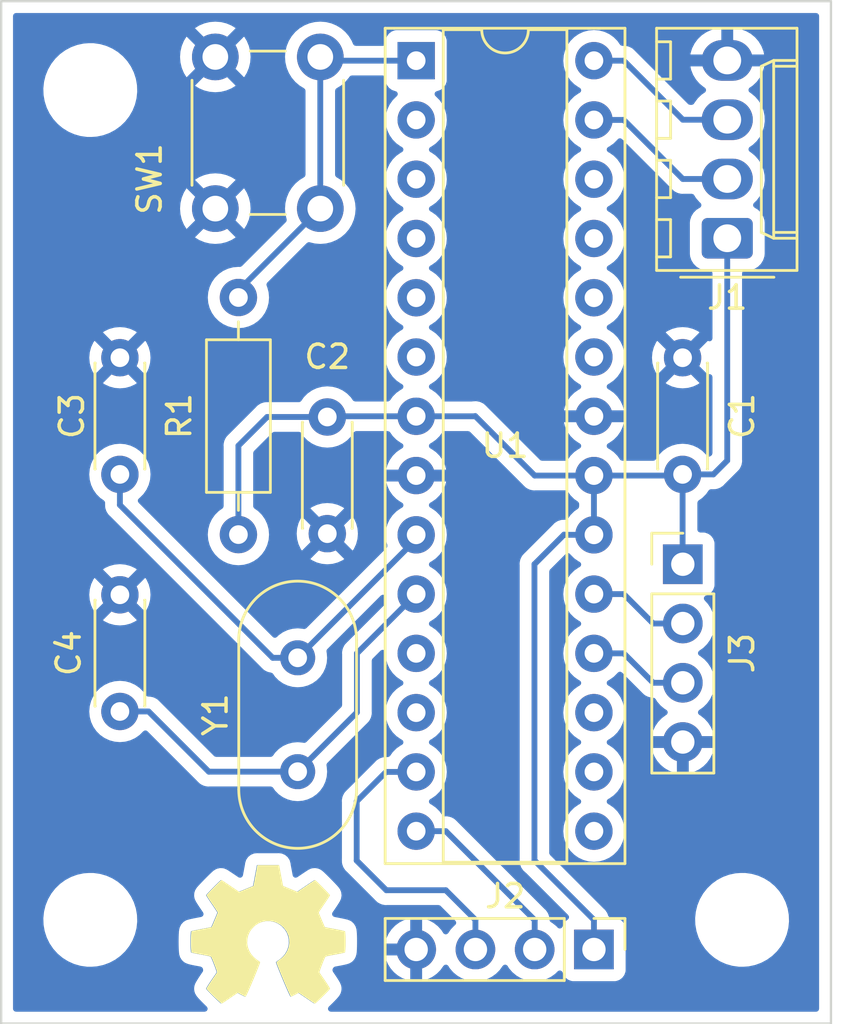
<source format=kicad_pcb>
(kicad_pcb (version 20211014) (generator pcbnew)
  (title_block (title "Sonars sensor board") (date "2022-01-07") (rev "0.1.0") (comment 1 "Location: https://github.com/atlas144/mals") (comment 2 "SPDX-License-Identifier: CERN-OHL-S-2.0") (comment 3 "Author: Jakub Švarc (jakubsvarc@protonmail.com)"))
  (layers (0 "F.Cu" signal) (31 "B.Cu" signal) (34 "B.Paste" user) (35 "F.Paste" user) (36 "B.SilkS" user "B.Silkscreen") (37 "F.SilkS" user "F.Silkscreen") (38 "B.Mask" user) (39 "F.Mask" user) (44 "Edge.Cuts" user))
  (net 0 "")
  (net 1 "+5V")
  (net 2 "GND")
  (net 3 "Net-(C3-Pad1)")
  (net 4 "Net-(C4-Pad1)")
  (net 5 "Net-(R1-Pad2)")
  (net 12 "Net-(U1-Pad18)")
  (net 14 "Net-(U1-Pad19)")
  (net 22 "Net-(U1-Pad13)")
  (net 23 "Net-(U1-Pad27)")
  (net 24 "Net-(U1-Pad14)")
  (net 25 "Net-(U1-Pad28)")
  (footprint "MountingHole:MountingHole_3mm" (layer "F.Cu") (at 60.96 109.22)
    (fp_text reference "REF**" hide)
    (fp_text value "3 mm")
    (pad "" np_thru_hole circle locked (at 0 0) (size 3 3) (drill 3) (layers *.Cu *.Mask))
  )
  (footprint "Package_DIP:DIP-28_W7.62mm_Socket" (layer "F.Cu") (at 74.93 72.4)
    (fp_text reference "U1" (at 3.81 16.5) (layer "F.SilkS"))
    (fp_text value "ATmega8L-8PU")
    (fp_line (start 6.46 34.35) (end 6.46 -1.33) (layer "F.SilkS") (width 0.12))
    (fp_line (start -1.33 -1.39) (end -1.33 34.41) (layer "F.SilkS") (width 0.12))
    (fp_line (start 6.46 -1.33) (end 4.81 -1.33) (layer "F.SilkS") (width 0.12))
    (fp_line (start 8.95 34.41) (end 8.95 -1.39) (layer "F.SilkS") (width 0.12))
    (fp_line (start 1.16 34.35) (end 6.46 34.35) (layer "F.SilkS") (width 0.12))
    (fp_line (start 8.95 -1.39) (end -1.33 -1.39) (layer "F.SilkS") (width 0.12))
    (fp_line (start -1.33 34.41) (end 8.95 34.41) (layer "F.SilkS") (width 0.12))
    (fp_line (start 1.16 -1.33) (end 1.16 34.35) (layer "F.SilkS") (width 0.12))
    (fp_line (start 2.81 -1.33) (end 1.16 -1.33) (layer "F.SilkS") (width 0.12))
    (fp_arc (start 4.81 -1.33) (mid 3.81 -0.33) (end 2.81 -1.33) (layer "F.SilkS") (width 0.12))
    (pad "1" thru_hole rect locked (at 0 0) (size 1.6 1.6) (drill 0.8) (layers *.Cu *.Mask) (net 5 "Net-(R1-Pad2)"))
    (pad "2" thru_hole oval locked (at 0 2.54) (size 1.6 1.6) (drill 0.8) (layers *.Cu *.Mask))
    (pad "3" thru_hole oval locked (at 0 5.08) (size 1.6 1.6) (drill 0.8) (layers *.Cu *.Mask))
    (pad "4" thru_hole oval locked (at 0 7.62) (size 1.6 1.6) (drill 0.8) (layers *.Cu *.Mask))
    (pad "5" thru_hole oval locked (at 0 10.16) (size 1.6 1.6) (drill 0.8) (layers *.Cu *.Mask))
    (pad "6" thru_hole oval locked (at 0 12.7) (size 1.6 1.6) (drill 0.8) (layers *.Cu *.Mask))
    (pad "7" thru_hole oval locked (at 0 15.24) (size 1.6 1.6) (drill 0.8) (layers *.Cu *.Mask) (net 1 "+5V"))
    (pad "8" thru_hole oval locked (at 0 17.78) (size 1.6 1.6) (drill 0.8) (layers *.Cu *.Mask) (net 2 "GND"))
    (pad "9" thru_hole oval locked (at 0 20.32) (size 1.6 1.6) (drill 0.8) (layers *.Cu *.Mask) (net 3 "Net-(C3-Pad1)"))
    (pad "10" thru_hole oval locked (at 0 22.86) (size 1.6 1.6) (drill 0.8) (layers *.Cu *.Mask) (net 4 "Net-(C4-Pad1)"))
    (pad "11" thru_hole oval locked (at 0 25.4) (size 1.6 1.6) (drill 0.8) (layers *.Cu *.Mask))
    (pad "12" thru_hole oval locked (at 0 27.94) (size 1.6 1.6) (drill 0.8) (layers *.Cu *.Mask))
    (pad "13" thru_hole oval locked (at 0 30.48) (size 1.6 1.6) (drill 0.8) (layers *.Cu *.Mask) (net 22 "Net-(U1-Pad13)"))
    (pad "14" thru_hole oval locked (at 0 33.02) (size 1.6 1.6) (drill 0.8) (layers *.Cu *.Mask) (net 24 "Net-(U1-Pad14)"))
    (pad "15" thru_hole oval locked (at 7.62 33.02) (size 1.6 1.6) (drill 0.8) (layers *.Cu *.Mask))
    (pad "16" thru_hole oval locked (at 7.62 30.48) (size 1.6 1.6) (drill 0.8) (layers *.Cu *.Mask))
    (pad "17" thru_hole oval locked (at 7.62 27.94) (size 1.6 1.6) (drill 0.8) (layers *.Cu *.Mask))
    (pad "18" thru_hole oval locked (at 7.62 25.4) (size 1.6 1.6) (drill 0.8) (layers *.Cu *.Mask) (net 12 "Net-(U1-Pad18)"))
    (pad "19" thru_hole oval locked (at 7.62 22.86) (size 1.6 1.6) (drill 0.8) (layers *.Cu *.Mask) (net 14 "Net-(U1-Pad19)"))
    (pad "20" thru_hole oval locked (at 7.62 20.32) (size 1.6 1.6) (drill 0.8) (layers *.Cu *.Mask) (net 1 "+5V"))
    (pad "21" thru_hole oval locked (at 7.62 17.78) (size 1.6 1.6) (drill 0.8) (layers *.Cu *.Mask) (net 1 "+5V"))
    (pad "22" thru_hole oval locked (at 7.62 15.24) (size 1.6 1.6) (drill 0.8) (layers *.Cu *.Mask) (net 2 "GND"))
    (pad "23" thru_hole oval locked (at 7.62 12.7) (size 1.6 1.6) (drill 0.8) (layers *.Cu *.Mask))
    (pad "24" thru_hole oval locked (at 7.62 10.16) (size 1.6 1.6) (drill 0.8) (layers *.Cu *.Mask))
    (pad "25" thru_hole oval locked (at 7.62 7.62) (size 1.6 1.6) (drill 0.8) (layers *.Cu *.Mask))
    (pad "26" thru_hole oval locked (at 7.62 5.08) (size 1.6 1.6) (drill 0.8) (layers *.Cu *.Mask))
    (pad "27" thru_hole oval locked (at 7.62 2.54) (size 1.6 1.6) (drill 0.8) (layers *.Cu *.Mask) (net 23 "Net-(U1-Pad27)"))
    (pad "28" thru_hole oval locked (at 7.62 0) (size 1.6 1.6) (drill 0.8) (layers *.Cu *.Mask) (net 25 "Net-(U1-Pad28)"))
  )
  (footprint "Button_Switch_THT:SW_PUSH_6mm" (layer "F.Cu") (at 66.32 78.74 90)
    (fp_text reference "SW1" (at 1.27 -2.82 90) (layer "F.SilkS"))
    (fp_text value "SW_Push" hide)
    (fp_line (start -0.25 1.5) (end -0.25 3) (layer "F.SilkS") (width 0.12))
    (fp_line (start 1 5.5) (end 5.5 5.5) (layer "F.SilkS") (width 0.12))
    (fp_line (start 6.75 3) (end 6.75 1.5) (layer "F.SilkS") (width 0.12))
    (fp_line (start 5.5 -1) (end 1 -1) (layer "F.SilkS") (width 0.12))
    (pad "1" thru_hole circle locked (at 0 0 180) (size 2 2) (drill 1.1) (layers *.Cu *.Mask) (net 2 "GND"))
    (pad "1" thru_hole circle locked (at 6.5 0 180) (size 2 2) (drill 1.1) (layers *.Cu *.Mask) (net 2 "GND"))
    (pad "2" thru_hole circle locked (at 6.5 4.5 180) (size 2 2) (drill 1.1) (layers *.Cu *.Mask) (net 5 "Net-(R1-Pad2)"))
    (pad "2" thru_hole circle locked (at 0 4.5 180) (size 2 2) (drill 1.1) (layers *.Cu *.Mask) (net 5 "Net-(R1-Pad2)"))
  )
  (footprint "Resistor_THT:R_Axial_DIN0207_L6.3mm_D2.5mm_P10.16mm_Horizontal" (layer "F.Cu") (at 67.31 92.71 90)
    (fp_text reference "R1" (at 5.08 -2.54 90) (layer "F.SilkS"))
    (fp_text value "10 kΩ")
    (fp_line (start 8.35 -1.37) (end 1.81 -1.37) (layer "F.SilkS") (width 0.12))
    (fp_line (start 1.04 0) (end 1.81 0) (layer "F.SilkS") (width 0.12))
    (fp_line (start 1.81 -1.37) (end 1.81 1.37) (layer "F.SilkS") (width 0.12))
    (fp_line (start 9.12 0) (end 8.35 0) (layer "F.SilkS") (width 0.12))
    (fp_line (start 1.81 1.37) (end 8.35 1.37) (layer "F.SilkS") (width 0.12))
    (fp_line (start 8.35 1.37) (end 8.35 -1.37) (layer "F.SilkS") (width 0.12))
    (pad "1" thru_hole circle locked (at 0 0 90) (size 1.6 1.6) (drill 0.8) (layers *.Cu *.Mask) (net 1 "+5V"))
    (pad "2" thru_hole oval locked (at 10.16 0 90) (size 1.6 1.6) (drill 0.8) (layers *.Cu *.Mask) (net 5 "Net-(R1-Pad2)"))
  )
  (footprint "Capacitor_THT:C_Disc_D4.3mm_W1.9mm_P5.00mm" (layer "F.Cu") (at 62.23 100.29 90)
    (fp_text reference "C4" (at 2.5 -2.2 90) (layer "F.SilkS"))
    (fp_text value "22 pF")
    (fp_line (start 4.77 1.055) (end 4.77 1.07) (layer "F.SilkS") (width 0.12))
    (fp_line (start 4.77 -1.07) (end 4.77 -1.055) (layer "F.SilkS") (width 0.12))
    (fp_line (start 0.23 -1.07) (end 4.77 -1.07) (layer "F.SilkS") (width 0.12))
    (fp_line (start 0.23 1.07) (end 4.77 1.07) (layer "F.SilkS") (width 0.12))
    (fp_line (start 0.23 -1.07) (end 0.23 -1.055) (layer "F.SilkS") (width 0.12))
    (fp_line (start 0.23 1.055) (end 0.23 1.07) (layer "F.SilkS") (width 0.12))
    (pad "1" thru_hole circle locked (at 0 0 90) (size 1.6 1.6) (drill 0.8) (layers *.Cu *.Mask) (net 4 "Net-(C4-Pad1)"))
    (pad "2" thru_hole circle locked (at 5 0 90) (size 1.6 1.6) (drill 0.8) (layers *.Cu *.Mask) (net 2 "GND"))
  )
  (footprint "Connector_PinHeader_2.54mm:PinHeader_1x04_P2.54mm_Vertical" (layer "F.Cu") (at 82.55 110.49 -90)
    (fp_text reference "J2" (at -2.286 3.8) (layer "F.SilkS"))
    (fp_text value "HY-SR05")
    (fp_line (start -1.33 1.27) (end -1.33 8.95) (layer "F.SilkS") (width 0.12))
    (fp_line (start -1.33 -1.33) (end 0 -1.33) (layer "F.SilkS") (width 0.12))
    (fp_line (start -1.33 8.95) (end 1.33 8.95) (layer "F.SilkS") (width 0.12))
    (fp_line (start 1.33 1.27) (end 1.33 8.95) (layer "F.SilkS") (width 0.12))
    (fp_line (start -1.33 1.27) (end 1.33 1.27) (layer "F.SilkS") (width 0.12))
    (fp_line (start -1.33 0) (end -1.33 -1.33) (layer "F.SilkS") (width 0.12))
    (pad "1" thru_hole rect locked (at 0 0 270) (size 1.7 1.7) (drill 1) (layers *.Cu *.Mask) (net 1 "+5V"))
    (pad "2" thru_hole oval locked (at 0 2.54 270) (size 1.7 1.7) (drill 1) (layers *.Cu *.Mask) (net 24 "Net-(U1-Pad14)"))
    (pad "3" thru_hole oval locked (at 0 5.08 270) (size 1.7 1.7) (drill 1) (layers *.Cu *.Mask) (net 22 "Net-(U1-Pad13)"))
    (pad "4" thru_hole oval locked (at 0 7.62 270) (size 1.7 1.7) (drill 1) (layers *.Cu *.Mask) (net 2 "GND"))
  )
  (footprint "MountingHole:MountingHole_3mm" (layer "F.Cu") (at 88.9 109.22)
    (fp_text reference "REF**" hide)
    (fp_text value "3 mm")
    (pad "" np_thru_hole circle locked (at 0 0) (size 3 3) (drill 3) (layers *.Cu *.Mask))
  )
  (footprint "MountingHole:MountingHole_3mm" (layer "F.Cu") (at 60.96 73.66)
    (fp_text reference "REF**" hide)
    (fp_text value "3 mm")
    (pad "" np_thru_hole circle locked (at 0 0) (size 3 3) (drill 3) (layers *.Cu *.Mask))
  )
  (footprint "Capacitor_THT:C_Disc_D4.3mm_W1.9mm_P5.00mm" (layer "F.Cu") (at 62.23 90.13 90)
    (fp_text reference "C3" (at 2.5 -2.06 90) (layer "F.SilkS"))
    (fp_text value "22 pF")
    (fp_line (start 0.23 1.07) (end 4.77 1.07) (layer "F.SilkS") (width 0.12))
    (fp_line (start 0.23 -1.07) (end 0.23 -1.055) (layer "F.SilkS") (width 0.12))
    (fp_line (start 0.23 1.055) (end 0.23 1.07) (layer "F.SilkS") (width 0.12))
    (fp_line (start 4.77 -1.07) (end 4.77 -1.055) (layer "F.SilkS") (width 0.12))
    (fp_line (start 0.23 -1.07) (end 4.77 -1.07) (layer "F.SilkS") (width 0.12))
    (fp_line (start 4.77 1.055) (end 4.77 1.07) (layer "F.SilkS") (width 0.12))
    (pad "1" thru_hole circle locked (at 0 0 90) (size 1.6 1.6) (drill 0.8) (layers *.Cu *.Mask) (net 3 "Net-(C3-Pad1)"))
    (pad "2" thru_hole circle locked (at 5 0 90) (size 1.6 1.6) (drill 0.8) (layers *.Cu *.Mask) (net 2 "GND"))
  )
  (footprint "Capacitor_THT:C_Disc_D4.3mm_W1.9mm_P5.00mm" (layer "F.Cu") (at 71.12 87.67 -90)
    (fp_text reference "C2" (at -2.58 0 180) (layer "F.SilkS"))
    (fp_text value "100 nF")
    (fp_line (start 0.23 1.055) (end 0.23 1.07) (layer "F.SilkS") (width 0.12))
    (fp_line (start 4.77 -1.07) (end 4.77 -1.055) (layer "F.SilkS") (width 0.12))
    (fp_line (start 4.77 1.055) (end 4.77 1.07) (layer "F.SilkS") (width 0.12))
    (fp_line (start 0.23 -1.07) (end 0.23 -1.055) (layer "F.SilkS") (width 0.12))
    (fp_line (start 0.23 -1.07) (end 4.77 -1.07) (layer "F.SilkS") (width 0.12))
    (fp_line (start 0.23 1.07) (end 4.77 1.07) (layer "F.SilkS") (width 0.12))
    (pad "1" thru_hole circle locked (at 0 0 270) (size 1.6 1.6) (drill 0.8) (layers *.Cu *.Mask) (net 1 "+5V"))
    (pad "2" thru_hole circle locked (at 5 0 270) (size 1.6 1.6) (drill 0.8) (layers *.Cu *.Mask) (net 2 "GND"))
  )
  (footprint "Connector_PinHeader_2.54mm:PinHeader_1x04_P2.54mm_Vertical" (layer "F.Cu") (at 86.36 93.98)
    (fp_text reference "J3" (at 2.54 3.81 90) (layer "F.SilkS"))
    (fp_text value "HY-SR05")
    (fp_line (start -1.33 0) (end -1.33 -1.33) (layer "F.SilkS") (width 0.12))
    (fp_line (start 1.33 1.27) (end 1.33 8.95) (layer "F.SilkS") (width 0.12))
    (fp_line (start -1.33 1.27) (end 1.33 1.27) (layer "F.SilkS") (width 0.12))
    (fp_line (start -1.33 1.27) (end -1.33 8.95) (layer "F.SilkS") (width 0.12))
    (fp_line (start -1.33 8.95) (end 1.33 8.95) (layer "F.SilkS") (width 0.12))
    (fp_line (start -1.33 -1.33) (end 0 -1.33) (layer "F.SilkS") (width 0.12))
    (pad "1" thru_hole rect locked (at 0 0) (size 1.7 1.7) (drill 1) (layers *.Cu *.Mask) (net 1 "+5V"))
    (pad "2" thru_hole oval locked (at 0 2.54) (size 1.7 1.7) (drill 1) (layers *.Cu *.Mask) (net 14 "Net-(U1-Pad19)"))
    (pad "3" thru_hole oval locked (at 0 5.08) (size 1.7 1.7) (drill 1) (layers *.Cu *.Mask) (net 12 "Net-(U1-Pad18)"))
    (pad "4" thru_hole oval locked (at 0 7.62) (size 1.7 1.7) (drill 1) (layers *.Cu *.Mask) (net 2 "GND"))
  )
  (footprint "Crystal:Crystal_HC49-4H_Vertical" (layer "F.Cu") (at 69.85 102.87 90)
    (fp_text reference "Y1" (at 2.44 -3.525 90) (layer "F.SilkS"))
    (fp_text value "16 MHz")
    (fp_line (start -0.76 2.525) (end 5.64 2.525) (layer "F.SilkS") (width 0.12))
    (fp_line (start -0.76 -2.525) (end 5.64 -2.525) (layer "F.SilkS") (width 0.12))
    (fp_arc (start 5.64 -2.525) (mid 8.165 0) (end 5.64 2.525) (layer "F.SilkS") (width 0.12))
    (fp_arc (start -0.76 2.525) (mid -3.285 0) (end -0.76 -2.525) (layer "F.SilkS") (width 0.12))
    (pad "1" thru_hole circle locked (at 0 0 90) (size 1.5 1.5) (drill 0.8) (layers *.Cu *.Mask) (net 4 "Net-(C4-Pad1)"))
    (pad "2" thru_hole circle locked (at 4.88 0 90) (size 1.5 1.5) (drill 0.8) (layers *.Cu *.Mask) (net 3 "Net-(C3-Pad1)"))
  )
  (footprint "Capacitor_THT:C_Disc_D4.3mm_W1.9mm_P5.00mm" (layer "F.Cu") (at 86.35 90.13 90)
    (fp_text reference "C1" (at 2.5 2.55 90) (layer "F.SilkS"))
    (fp_text value "100 nF")
    (fp_line (start 0.23 -1.07) (end 0.23 -1.055) (layer "F.SilkS") (width 0.12))
    (fp_line (start 0.23 1.07) (end 4.77 1.07) (layer "F.SilkS") (width 0.12))
    (fp_line (start 4.77 1.055) (end 4.77 1.07) (layer "F.SilkS") (width 0.12))
    (fp_line (start 0.23 -1.07) (end 4.77 -1.07) (layer "F.SilkS") (width 0.12))
    (fp_line (start 4.77 -1.07) (end 4.77 -1.055) (layer "F.SilkS") (width 0.12))
    (fp_line (start 0.23 1.055) (end 0.23 1.07) (layer "F.SilkS") (width 0.12))
    (pad "1" thru_hole circle locked (at 0 0 90) (size 1.6 1.6) (drill 0.8) (layers *.Cu *.Mask) (net 1 "+5V"))
    (pad "2" thru_hole circle locked (at 5 0 90) (size 1.6 1.6) (drill 0.8) (layers *.Cu *.Mask) (net 2 "GND"))
  )
  (footprint "Connector_Molex:Molex_KK-254_AE-6410-04A_1x04_P2.54mm_Vertical" (layer "F.Cu") (at 88.265 80.01 90)
    (fp_text reference "J1" (at -2.54 0 180) (layer "F.SilkS"))
    (fp_text value "TWI")
    (fp_line (start 0 2.99) (end 0 1.99) (layer "F.SilkS") (width 0.12))
    (fp_line (start 9 -3.03) (end -1.38 -3.03) (layer "F.SilkS") (width 0.12))
    (fp_line (start 7.37 1.46) (end 7.62 1.99) (layer "F.SilkS") (width 0.12))
    (fp_line (start 0.25 1.46) (end 7.37 1.46) (layer "F.SilkS") (width 0.12))
    (fp_line (start -1.67 -2) (end -1.67 2) (layer "F.SilkS") (width 0.12))
    (fp_line (start 0 1.99) (end 0.25 1.46) (layer "F.SilkS") (width 0.12))
    (fp_line (start 9 2.99) (end 9 -3.03) (layer "F.SilkS") (width 0.12))
    (fp_line (start 7.37 2.99) (end 7.37 1.99) (layer "F.SilkS") (width 0.12))
    (fp_line (start 4.28 -3.03) (end 4.28 -2.43) (layer "F.SilkS") (width 0.12))
    (fp_line (start 7.62 1.99) (end 7.62 2.99) (layer "F.SilkS") (width 0.12))
    (fp_line (start 6.82 -3.03) (end 6.82 -2.43) (layer "F.SilkS") (width 0.12))
    (fp_line (start 8.42 -2.43) (end 8.42 -3.03) (layer "F.SilkS") (width 0.12))
    (fp_line (start 4.28 -2.43) (end 5.88 -2.43) (layer "F.SilkS") (width 0.12))
    (fp_line (start 0 1.99) (end 7.62 1.99) (layer "F.SilkS") (width 0.12))
    (fp_line (start 0.8 -2.43) (end 0.8 -3.03) (layer "F.SilkS") (width 0.12))
    (fp_line (start 5.88 -2.43) (end 5.88 -3.03) (layer "F.SilkS") (width 0.12))
    (fp_line (start 1.74 -3.03) (end 1.74 -2.43) (layer "F.SilkS") (width 0.12))
    (fp_line (start 6.82 -2.43) (end 8.42 -2.43) (layer "F.SilkS") (width 0.12))
    (fp_line (start -0.8 -3.03) (end -0.8 -2.43) (layer "F.SilkS") (width 0.12))
    (fp_line (start 1.74 -2.43) (end 3.34 -2.43) (layer "F.SilkS") (width 0.12))
    (fp_line (start 0.25 2.99) (end 0.25 1.99) (layer "F.SilkS") (width 0.12))
    (fp_line (start -1.38 2.99) (end 9 2.99) (layer "F.SilkS") (width 0.12))
    (fp_line (start -1.38 -3.03) (end -1.38 2.99) (layer "F.SilkS") (width 0.12))
    (fp_line (start -0.8 -2.43) (end 0.8 -2.43) (layer "F.SilkS") (width 0.12))
    (fp_line (start 3.34 -2.43) (end 3.34 -3.03) (layer "F.SilkS") (width 0.12))
    (pad "1" thru_hole roundrect locked (at 0 0 90) (size 1.74 2.19) (drill 1.19) (layers *.Cu *.Mask) (roundrect_rratio 0.1436781609) (net 1 "+5V"))
    (pad "2" thru_hole oval locked (at 2.54 0 90) (size 1.74 2.19) (drill 1.19) (layers *.Cu *.Mask) (net 23 "Net-(U1-Pad27)"))
    (pad "3" thru_hole oval locked (at 5.08 0 90) (size 1.74 2.19) (drill 1.19) (layers *.Cu *.Mask) (net 25 "Net-(U1-Pad28)"))
    (pad "4" thru_hole oval locked (at 7.62 0 90) (size 1.74 2.19) (drill 1.19) (layers *.Cu *.Mask) (net 2 "GND"))
  )
  (footprint "Symbol:OSHW-Symbol_6.7x6mm_SilkScreen" (layer "F.Cu") (at 68.58 109.855)
    (fp_text reference "REF**" hide)
    (fp_text value "OSHW-Symbol_6.7x6mm_SilkScreen" hide)
    (fp_poly (pts (xy 0.555814 -2.531069) (xy 0.639635 -2.086445) (xy 0.94892 -1.958947) (xy 1.258206 -1.831449) (xy 1.629246 -2.083754) (xy 1.733157 -2.154004) (xy 1.827087 -2.216728) (xy 1.906652 -2.269062) (xy 1.96747 -2.308143) (xy 2.005157 -2.331107) (xy 2.015421 -2.336058) (xy 2.03391 -2.323324) (xy 2.07342 -2.288118) (xy 2.129522 -2.234938) (xy 2.197787 -2.168282) (xy 2.273786 -2.092646) (xy 2.353092 -2.012528) (xy 2.431275 -1.932426) (xy 2.503907 -1.856836) (xy 2.566559 -1.790255) (xy 2.614803 -1.737182) (xy 2.64421 -1.702113) (xy 2.651241 -1.690377) (xy 2.641123 -1.66874) (xy 2.612759 -1.621338) (xy 2.569129 -1.552807) (xy 2.513218 -1.467785) (xy 2.448006 -1.370907) (xy 2.410219 -1.31565) (xy 2.341343 -1.214752) (xy 2.28014 -1.123701) (xy 2.229578 -1.04703) (xy 2.192628 -0.989272) (xy 2.172258 -0.954957) (xy 2.169197 -0.947746) (xy 2.176136 -0.927252) (xy 2.195051 -0.879487) (xy 2.223087 -0.811168) (xy 2.257391 -0.729011) (xy 2.295109 -0.63973) (xy 2.333387 -0.550042) (xy 2.36937 -0.466662) (xy 2.400206 -0.396306) (xy 2.423039 -0.34569) (xy 2.435017 -0.321529) (xy 2.435724 -0.320578) (xy 2.454531 -0.315964) (xy 2.504618 -0.305672) (xy 2.580793 -0.290713) (xy 2.677865 -0.272099) (xy 2.790643 -0.250841) (xy 2.856442 -0.238582) (xy 2.97695 -0.215638) (xy 3.085797 -0.193805) (xy 3.177476 -0.174278) (xy 3.246481 -0.158252) (xy 3.287304 -0.146921) (xy 3.295511 -0.143326) (xy 3.303548 -0.118994) (xy 3.310033 -0.064041) (xy 3.31497 0.015108) (xy 3.318364 0.112026) (xy 3.320218 0.220287) (xy 3.320538 0.333465) (xy 3.319327 0.445135) (xy 3.31659 0.548868) (xy 3.312331 0.638241) (xy 3.306555 0.706826) (xy 3.299267 0.748197) (xy 3.294895 0.75681) (xy 3.268764 0.767133) (xy 3.213393 0.781892) (xy 3.136107 0.799352) (xy 3.04423 0.81778) (xy 3.012158 0.823741) (xy 2.857524 0.852066) (xy 2.735375 0.874876) (xy 2.641673 0.89308) (xy 2.572384 0.907583) (xy 2.523471 0.919292) (xy 2.490897 0.929115) (xy 2.470628 0.937956) (xy 2.458626 0.946724) (xy 2.456947 0.948457) (xy 2.440184 0.976371) (xy 2.414614 1.030695) (xy 2.382788 1.104777) (xy 2.34726 1.191965) (xy 2.310583 1.285608) (xy 2.275311 1.379052) (xy 2.243996 1.465647) (xy 2.219193 1.53874) (xy 2.203454 1.591678) (xy 2.199332 1.617811) (xy 2.199676 1.618726) (xy 2.213641 1.640086) (xy 2.245322 1.687084) (xy 2.291391 1.754827) (xy 2.348518 1.838423) (xy 2.413373 1.932982) (xy 2.431843 1.959854) (xy 2.497699 2.057275) (xy 2.55565 2.146163) (xy 2.602538 2.221412) (xy 2.635207 2.27792) (xy 2.6505 2.310581) (xy 2.651241 2.314593) (xy 2.638392 2.335684) (xy 2.602888 2.377464) (xy 2.549293 2.435445) (xy 2.482171 2.505135) (xy 2.406087 2.582045) (xy 2.325604 2.661683) (xy 2.245287 2.739561) (xy 2.169699 2.811186) (xy 2.103405 2.87207) (xy 2.050969 2.917721) (xy 2.016955 2.94365) (xy 2.007545 2.947883) (xy 1.985643 2.937912) (xy 1.9408 2.91102) (xy 1.880321 2.871736) (xy 1.833789 2.840117) (xy 1.749475 2.782098) (xy 1.649626 2.713784) (xy 1.549473 2.645579) (xy 1.495627 2.609075) (xy 1.313371 2.4858) (xy 1.160381 2.56852) (xy 1.090682 2.604759) (xy 1.031414 2.632926) (xy 0.991311 2.648991) (xy 0.981103 2.651226) (xy 0.968829 2.634722) (xy 0.944613 2.588082) (xy 0.910263 2.515609) (xy 0.867588 2.421606) (xy 0.818394 2.310374) (xy 0.76449 2.186215) (xy 0.707684 2.053432) (xy 0.649782 1.916327) (xy 0.592593 1.779202) (xy 0.537924 1.646358) (xy 0.487584 1.522098) (xy 0.44338 1.410725) (xy 0.407119 1.316539) (xy 0.380609 1.243844) (xy 0.365658 1.196941) (xy 0.363254 1.180833) (xy 0.382311 1.160286) (xy 0.424036 1.126933) (xy 0.479706 1.087702) (xy 0.484378 1.084599) (xy 0.628264 0.969423) (xy 0.744283 0.835053) (xy 0.83143 0.685784) (xy 0.888699 0.525913) (xy 0.915086 0.359737) (xy 0.909585 0.191552) (xy 0.87119 0.025655) (xy 0.798895 -0.133658) (xy 0.777626 -0.168513) (xy 0.666996 -0.309263) (xy 0.536302 -0.422286) (xy 0.390064 -0.506997) (xy 0.232808 -0.562806) (xy 0.069057 -0.589126) (xy -0.096667 -0.58537) (xy -0.259838 -0.55095) (xy -0.415935 -0.485277) (xy -0.560433 -0.387765) (xy -0.605131 -0.348187) (xy -0.718888 -0.224297) (xy -0.801782 -0.093876) (xy -0.858644 0.052315) (xy -0.890313 0.197088) (xy -0.898131 0.35986) (xy -0.872062 0.52344) (xy -0.814755 0.682298) (xy -0.728856 0.830906) (xy -0.617014 0.963735) (xy -0.481877 1.075256) (xy -0.464117 1.087011) (xy -0.40785 1.125508) (xy -0.365077 1.158863) (xy -0.344628 1.18016) (xy -0.344331 1.180833) (xy -0.348721 1.203871) (xy -0.366124 1.256157) (xy -0.394732 1.33339) (xy -0.432735 1.431268) (xy -0.478326 1.545491) (xy -0.529697 1.671758) (xy -0.585038 1.805767) (xy -0.642542 1.943218) (xy -0.700399 2.079808) (xy -0.756802 2.211237) (xy -0.809942 2.333205) (xy -0.85801 2.441409) (xy -0.899199 2.531549) (xy -0.931699 2.599323) (xy -0.953703 2.64043) (xy -0.962564 2.651226) (xy -0.98964 2.642819) (xy -1.040303 2.620272) (xy -1.105817 2.587613) (xy -1.141841 2.56852) (xy -1.294832 2.4858) (xy -1.477088 2.609075) (xy -1.570125 2.672228) (xy -1.671985 2.741727) (xy -1.767438 2.807165) (xy -1.81525 2.840117) (xy -1.882495 2.885273) (xy -1.939436 2.921057) (xy -1.978646 2.942938) (xy -1.991381 2.947563) (xy -2.009917 2.935085) (xy -2.050941 2.900252) (xy -2.110475 2.846678) (xy -2.184542 2.777983) (xy -2.269165 2.697781) (xy -2.322685 2.646286) (xy -2.416319 2.554286) (xy -2.497241 2.471999) (xy -2.562177 2.402945) (xy -2.607858 2.350644) (xy -2.631011 2.318616) (xy -2.633232 2.312116) (xy -2.622924 2.287394) (xy -2.594439 2.237405) (xy -2.550937 2.167212) (xy -2.495577 2.081875) (xy -2.43152 1.986456) (xy -2.413303 1.959854) (xy -2.346927 1.863167) (xy -2.287378 1.776117) (xy -2.237984 1.703595) (xy -2.202075 1.650493) (xy -2.182981 1.621703) (xy -2.181136 1.618726) (xy -2.183895 1.595782) (xy -2.198538 1.545336) (xy -2.222513 1.474041) (xy -2.253266 1.388547) (xy -2.288244 1.295507) (xy -2.324893 1.201574) (xy -2.360661 1.113399) (xy -2.392994 1.037634) (xy -2.419338 0.980931) (xy -2.437142 0.949943) (xy -2.438407 0.948457) (xy -2.449294 0.939601) (xy -2.467682 0.930843) (xy -2.497606 0.921277) (xy -2.543103 0.909996) (xy -2.608209 0.896093) (xy -2.696961 0.878663) (xy -2.813393 0.856798) (xy -2.961542 0.829591) (xy -2.993618 0.823741) (xy -3.088686 0.805374) (xy -3.171565 0.787405) (xy -3.23493 0.771569) (xy -3.271458 0.7596) (xy -3.276356 0.75681) (xy -3.284427 0.732072) (xy -3.290987 0.67679) (xy -3.296033 0.597389) (xy -3.299559 0.500296) (xy -3.301561 0.391938) (xy -3.302036 0.27874) (xy -3.300977 0.167128) (xy -3.298382 0.063529) (xy -3.294246 -0.025632) (xy -3.288563 -0.093928) (xy -3.281331 -0.134934) (xy -3.276971 -0.143326) (xy -3.252698 -0.151792) (xy -3.197426 -0.165565) (xy -3.116662 -0.18345) (xy -3.015912 -0.204252) (xy -2.900683 -0.226777) (xy -2.837902 -0.238582) (xy -2.718787 -0.260849) (xy -2.612565 -0.281021) (xy -2.524427 -0.298085) (xy -2.459566 -0.311031) (xy -2.423174 -0.318845) (xy -2.417184 -0.320578) (xy -2.407061 -0.34011) (xy -2.385662 -0.387157) (xy -2.355839 -0.454997) (xy -2.320445 -0.536909) (xy -2.282332 -0.626172) (xy -2.244353 -0.716065) (xy -2.20936 -0.799865) (xy -2.180206 -0.870853) (xy -2.159743 -0.922306) (xy -2.150823 -0.947503) (xy -2.150657 -0.948604) (xy -2.160769 -0.968481) (xy -2.189117 -1.014223) (xy -2.232723 -1.081283) (xy -2.288606 -1.165116) (xy -2.353787 -1.261174) (xy -2.391679 -1.31635) (xy -2.460725 -1.417519) (xy -2.52205 -1.50937) (xy -2.572663 -1.587256) (xy -2.609571 -1.646531) (xy -2.629782 -1.682549) (xy -2.632701 -1.690623) (xy -2.620153 -1.709416) (xy -2.585463 -1.749543) (xy -2.533063 -1.806507) (xy -2.467384 -1.875815) (xy -2.392856 -1.952969) (xy -2.313913 -2.033475) (xy -2.234983 -2.112837) (xy -2.1605 -2.18656) (xy -2.094894 -2.250148) (xy -2.042596 -2.299106) (xy -2.008039 -2.328939) (xy -1.996478 -2.336058) (xy -1.977654 -2.326047) (xy -1.932631 -2.297922) (xy -1.865787 -2.254546) (xy -1.781499 -2.198782) (xy -1.684144 -2.133494) (xy -1.610707 -2.083754) (xy -1.239667 -1.831449) (xy -0.621095 -2.086445) (xy -0.537275 -2.531069) (xy -0.453454 -2.975693) (xy 0.471994 -2.975693) (xy 0.555814 -2.531069)) (layer "F.SilkS") (width 0.01) (fill solid))
  )
  (footprint "Symbol:OSHW-Symbol_6.7x6mm_Copper" (layer "B.Cu") (at 68.58 109.855 180)
    (fp_text reference "REF**" hide)
    (fp_text value "OSHW-Symbol_6.7x6mm_Copper" hide)
    (fp_poly (pts (xy 0.555814 2.531069) (xy 0.639635 2.086445) (xy 0.94892 1.958947) (xy 1.258206 1.831449) (xy 1.629246 2.083754) (xy 1.733157 2.154004) (xy 1.827087 2.216728) (xy 1.906652 2.269062) (xy 1.96747 2.308143) (xy 2.005157 2.331107) (xy 2.015421 2.336058) (xy 2.03391 2.323324) (xy 2.07342 2.288118) (xy 2.129522 2.234938) (xy 2.197787 2.168282) (xy 2.273786 2.092646) (xy 2.353092 2.012528) (xy 2.431275 1.932426) (xy 2.503907 1.856836) (xy 2.566559 1.790255) (xy 2.614803 1.737182) (xy 2.64421 1.702113) (xy 2.651241 1.690377) (xy 2.641123 1.66874) (xy 2.612759 1.621338) (xy 2.569129 1.552807) (xy 2.513218 1.467785) (xy 2.448006 1.370907) (xy 2.410219 1.31565) (xy 2.341343 1.214752) (xy 2.28014 1.123701) (xy 2.229578 1.04703) (xy 2.192628 0.989272) (xy 2.172258 0.954957) (xy 2.169197 0.947746) (xy 2.176136 0.927252) (xy 2.195051 0.879487) (xy 2.223087 0.811168) (xy 2.257391 0.729011) (xy 2.295109 0.63973) (xy 2.333387 0.550042) (xy 2.36937 0.466662) (xy 2.400206 0.396306) (xy 2.423039 0.34569) (xy 2.435017 0.321529) (xy 2.435724 0.320578) (xy 2.454531 0.315964) (xy 2.504618 0.305672) (xy 2.580793 0.290713) (xy 2.677865 0.272099) (xy 2.790643 0.250841) (xy 2.856442 0.238582) (xy 2.97695 0.215638) (xy 3.085797 0.193805) (xy 3.177476 0.174278) (xy 3.246481 0.158252) (xy 3.287304 0.146921) (xy 3.295511 0.143326) (xy 3.303548 0.118994) (xy 3.310033 0.064041) (xy 3.31497 -0.015108) (xy 3.318364 -0.112026) (xy 3.320218 -0.220287) (xy 3.320538 -0.333465) (xy 3.319327 -0.445135) (xy 3.31659 -0.548868) (xy 3.312331 -0.638241) (xy 3.306555 -0.706826) (xy 3.299267 -0.748197) (xy 3.294895 -0.75681) (xy 3.268764 -0.767133) (xy 3.213393 -0.781892) (xy 3.136107 -0.799352) (xy 3.04423 -0.81778) (xy 3.012158 -0.823741) (xy 2.857524 -0.852066) (xy 2.735375 -0.874876) (xy 2.641673 -0.89308) (xy 2.572384 -0.907583) (xy 2.523471 -0.919292) (xy 2.490897 -0.929115) (xy 2.470628 -0.937956) (xy 2.458626 -0.946724) (xy 2.456947 -0.948457) (xy 2.440184 -0.976371) (xy 2.414614 -1.030695) (xy 2.382788 -1.104777) (xy 2.34726 -1.191965) (xy 2.310583 -1.285608) (xy 2.275311 -1.379052) (xy 2.243996 -1.465647) (xy 2.219193 -1.53874) (xy 2.203454 -1.591678) (xy 2.199332 -1.617811) (xy 2.199676 -1.618726) (xy 2.213641 -1.640086) (xy 2.245322 -1.687084) (xy 2.291391 -1.754827) (xy 2.348518 -1.838423) (xy 2.413373 -1.932982) (xy 2.431843 -1.959854) (xy 2.497699 -2.057275) (xy 2.55565 -2.146163) (xy 2.602538 -2.221412) (xy 2.635207 -2.27792) (xy 2.6505 -2.310581) (xy 2.651241 -2.314593) (xy 2.638392 -2.335684) (xy 2.602888 -2.377464) (xy 2.549293 -2.435445) (xy 2.482171 -2.505135) (xy 2.406087 -2.582045) (xy 2.325604 -2.661683) (xy 2.245287 -2.739561) (xy 2.169699 -2.811186) (xy 2.103405 -2.87207) (xy 2.050969 -2.917721) (xy 2.016955 -2.94365) (xy 2.007545 -2.947883) (xy 1.985643 -2.937912) (xy 1.9408 -2.91102) (xy 1.880321 -2.871736) (xy 1.833789 -2.840117) (xy 1.749475 -2.782098) (xy 1.649626 -2.713784) (xy 1.549473 -2.645579) (xy 1.495627 -2.609075) (xy 1.313371 -2.4858) (xy 1.160381 -2.56852) (xy 1.090682 -2.604759) (xy 1.031414 -2.632926) (xy 0.991311 -2.648991) (xy 0.981103 -2.651226) (xy 0.968829 -2.634722) (xy 0.944613 -2.588082) (xy 0.910263 -2.515609) (xy 0.867588 -2.421606) (xy 0.818394 -2.310374) (xy 0.76449 -2.186215) (xy 0.707684 -2.053432) (xy 0.649782 -1.916327) (xy 0.592593 -1.779202) (xy 0.537924 -1.646358) (xy 0.487584 -1.522098) (xy 0.44338 -1.410725) (xy 0.407119 -1.316539) (xy 0.380609 -1.243844) (xy 0.365658 -1.196941) (xy 0.363254 -1.180833) (xy 0.382311 -1.160286) (xy 0.424036 -1.126933) (xy 0.479706 -1.087702) (xy 0.484378 -1.084599) (xy 0.628264 -0.969423) (xy 0.744283 -0.835053) (xy 0.83143 -0.685784) (xy 0.888699 -0.525913) (xy 0.915086 -0.359737) (xy 0.909585 -0.191552) (xy 0.87119 -0.025655) (xy 0.798895 0.133658) (xy 0.777626 0.168513) (xy 0.666996 0.309263) (xy 0.536302 0.422286) (xy 0.390064 0.506997) (xy 0.232808 0.562806) (xy 0.069057 0.589126) (xy -0.096667 0.58537) (xy -0.259838 0.55095) (xy -0.415935 0.485277) (xy -0.560433 0.387765) (xy -0.605131 0.348187) (xy -0.718888 0.224297) (xy -0.801782 0.093876) (xy -0.858644 -0.052315) (xy -0.890313 -0.197088) (xy -0.898131 -0.35986) (xy -0.872062 -0.52344) (xy -0.814755 -0.682298) (xy -0.728856 -0.830906) (xy -0.617014 -0.963735) (xy -0.481877 -1.075256) (xy -0.464117 -1.087011) (xy -0.40785 -1.125508) (xy -0.365077 -1.158863) (xy -0.344628 -1.18016) (xy -0.344331 -1.180833) (xy -0.348721 -1.203871) (xy -0.366124 -1.256157) (xy -0.394732 -1.33339) (xy -0.432735 -1.431268) (xy -0.478326 -1.545491) (xy -0.529697 -1.671758) (xy -0.585038 -1.805767) (xy -0.642542 -1.943218) (xy -0.700399 -2.079808) (xy -0.756802 -2.211237) (xy -0.809942 -2.333205) (xy -0.85801 -2.441409) (xy -0.899199 -2.531549) (xy -0.931699 -2.599323) (xy -0.953703 -2.64043) (xy -0.962564 -2.651226) (xy -0.98964 -2.642819) (xy -1.040303 -2.620272) (xy -1.105817 -2.587613) (xy -1.141841 -2.56852) (xy -1.294832 -2.4858) (xy -1.477088 -2.609075) (xy -1.570125 -2.672228) (xy -1.671985 -2.741727) (xy -1.767438 -2.807165) (xy -1.81525 -2.840117) (xy -1.882495 -2.885273) (xy -1.939436 -2.921057) (xy -1.978646 -2.942938) (xy -1.991381 -2.947563) (xy -2.009917 -2.935085) (xy -2.050941 -2.900252) (xy -2.110475 -2.846678) (xy -2.184542 -2.777983) (xy -2.269165 -2.697781) (xy -2.322685 -2.646286) (xy -2.416319 -2.554286) (xy -2.497241 -2.471999) (xy -2.562177 -2.402945) (xy -2.607858 -2.350644) (xy -2.631011 -2.318616) (xy -2.633232 -2.312116) (xy -2.622924 -2.287394) (xy -2.594439 -2.237405) (xy -2.550937 -2.167212) (xy -2.495577 -2.081875) (xy -2.43152 -1.986456) (xy -2.413303 -1.959854) (xy -2.346927 -1.863167) (xy -2.287378 -1.776117) (xy -2.237984 -1.703595) (xy -2.202075 -1.650493) (xy -2.182981 -1.621703) (xy -2.181136 -1.618726) (xy -2.183895 -1.595782) (xy -2.198538 -1.545336) (xy -2.222513 -1.474041) (xy -2.253266 -1.388547) (xy -2.288244 -1.295507) (xy -2.324893 -1.201574) (xy -2.360661 -1.113399) (xy -2.392994 -1.037634) (xy -2.419338 -0.980931) (xy -2.437142 -0.949943) (xy -2.438407 -0.948457) (xy -2.449294 -0.939601) (xy -2.467682 -0.930843) (xy -2.497606 -0.921277) (xy -2.543103 -0.909996) (xy -2.608209 -0.896093) (xy -2.696961 -0.878663) (xy -2.813393 -0.856798) (xy -2.961542 -0.829591) (xy -2.993618 -0.823741) (xy -3.088686 -0.805374) (xy -3.171565 -0.787405) (xy -3.23493 -0.771569) (xy -3.271458 -0.7596) (xy -3.276356 -0.75681) (xy -3.284427 -0.732072) (xy -3.290987 -0.67679) (xy -3.296033 -0.597389) (xy -3.299559 -0.500296) (xy -3.301561 -0.391938) (xy -3.302036 -0.27874) (xy -3.300977 -0.167128) (xy -3.298382 -0.063529) (xy -3.294246 0.025632) (xy -3.288563 0.093928) (xy -3.281331 0.134934) (xy -3.276971 0.143326) (xy -3.252698 0.151792) (xy -3.197426 0.165565) (xy -3.116662 0.18345) (xy -3.015912 0.204252) (xy -2.900683 0.226777) (xy -2.837902 0.238582) (xy -2.718787 0.260849) (xy -2.612565 0.281021) (xy -2.524427 0.298085) (xy -2.459566 0.311031) (xy -2.423174 0.318845) (xy -2.417184 0.320578) (xy -2.407061 0.34011) (xy -2.385662 0.387157) (xy -2.355839 0.454997) (xy -2.320445 0.536909) (xy -2.282332 0.626172) (xy -2.244353 0.716065) (xy -2.20936 0.799865) (xy -2.180206 0.870853) (xy -2.159743 0.922306) (xy -2.150823 0.947503) (xy -2.150657 0.948604) (xy -2.160769 0.968481) (xy -2.189117 1.014223) (xy -2.232723 1.081283) (xy -2.288606 1.165116) (xy -2.353787 1.261174) (xy -2.391679 1.31635) (xy -2.460725 1.417519) (xy -2.52205 1.50937) (xy -2.572663 1.587256) (xy -2.609571 1.646531) (xy -2.629782 1.682549) (xy -2.632701 1.690623) (xy -2.620153 1.709416) (xy -2.585463 1.749543) (xy -2.533063 1.806507) (xy -2.467384 1.875815) (xy -2.392856 1.952969) (xy -2.313913 2.033475) (xy -2.234983 2.112837) (xy -2.1605 2.18656) (xy -2.094894 2.250148) (xy -2.042596 2.299106) (xy -2.008039 2.328939) (xy -1.996478 2.336058) (xy -1.977654 2.326047) (xy -1.932631 2.297922) (xy -1.865787 2.254546) (xy -1.781499 2.198782) (xy -1.684144 2.133494) (xy -1.610707 2.083754) (xy -1.239667 1.831449) (xy -0.621095 2.086445) (xy -0.537275 2.531069) (xy -0.453454 2.975693) (xy 0.471994 2.975693) (xy 0.555814 2.531069)) (layer "B.Cu") (width 0.01) (fill solid))
  )
  (gr_rect (start 57.14 69.85) (end 92.71 113.665) (layer "Edge.Cuts") (width 0.1) (fill none))
  (segment (start 87.67 90.13) (end 88.265 89.535) (width 0.25) (layer "B.Cu") (net 1))
  (segment (start 68.54 87.67) (end 67.31 88.9) (width 0.25) (layer "B.Cu") (net 1))
  (segment (start 80.01 106.68) (end 80 106.68) (width 0.25) (layer "B.Cu") (net 1))
  (segment (start 88.265 80.625) (end 87.65 80.01) (width 0.25) (layer "B.Cu") (net 1))
  (segment (start 82.55 109.22) (end 80.01 106.68) (width 0.25) (layer "B.Cu") (net 1))
  (segment (start 82.55 110.49) (end 82.55 109.22) (width 0.25) (layer "B.Cu") (net 1))
  (segment (start 80 93.98) (end 81.27 92.71) (width 0.25) (layer "B.Cu") (net 1))
  (segment (start 88.265 80.01) (end 88.265 80.625) (width 0.25) (layer "B.Cu") (net 1))
  (segment (start 80.01 90.18) (end 82.55 90.18) (width 0.25) (layer "B.Cu") (net 1))
  (segment (start 86.3 90.18) (end 86.35 90.13) (width 0.25) (layer "B.Cu") (net 1))
  (segment (start 67.31 88.9) (end 67.31 92.71) (width 0.25) (layer "B.Cu") (net 1))
  (segment (start 82.55 90.18) (end 82.55 92.72) (width 0.25) (layer "B.Cu") (net 1))
  (segment (start 81.28 92.72) (end 82.55 92.72) (width 0.25) (layer "B.Cu") (net 1))
  (segment (start 86.35 90.13) (end 86.35 93.97) (width 0.25) (layer "B.Cu") (net 1))
  (segment (start 77.45 87.64) (end 77.46 87.63) (width 0.25) (layer "B.Cu") (net 1))
  (segment (start 77.46 87.63) (end 80.01 90.18) (width 0.25) (layer "B.Cu") (net 1))
  (segment (start 82.55 90.18) (end 86.3 90.18) (width 0.25) (layer "B.Cu") (net 1))
  (segment (start 88.265 89.535) (end 88.265 80.625) (width 0.25) (layer "B.Cu") (net 1))
  (segment (start 86.35 93.97) (end 86.36 93.98) (width 0.25) (layer "B.Cu") (net 1))
  (segment (start 80 106.68) (end 80 93.98) (width 0.25) (layer "B.Cu") (net 1))
  (segment (start 74.93 87.64) (end 77.45 87.64) (width 0.25) (layer "B.Cu") (net 1))
  (segment (start 71.12 87.67) (end 68.54 87.67) (width 0.25) (layer "B.Cu") (net 1))
  (segment (start 74.93 87.64) (end 71.15 87.64) (width 0.25) (layer "B.Cu") (net 1))
  (segment (start 71.15 87.64) (end 71.12 87.67) (width 0.25) (layer "B.Cu") (net 1))
  (segment (start 81.27 92.71) (end 81.28 92.72) (width 0.25) (layer "B.Cu") (net 1))
  (segment (start 86.35 90.13) (end 87.67 90.13) (width 0.25) (layer "B.Cu") (net 1))
  (segment (start 62.23 91.44) (end 62.23 90.13) (width 0.25) (layer "B.Cu") (net 3))
  (segment (start 74.93 92.91) (end 74.93 92.72) (width 0.25) (layer "B.Cu") (net 3))
  (segment (start 69.85 97.99) (end 68.78 97.99) (width 0.25) (layer "B.Cu") (net 3))
  (segment (start 68.78 97.99) (end 62.23 91.44) (width 0.25) (layer "B.Cu") (net 3))
  (segment (start 69.85 97.99) (end 74.93 92.91) (width 0.25) (layer "B.Cu") (net 3))
  (segment (start 63.46 100.29) (end 66.04 102.87) (width 0.25) (layer "B.Cu") (net 4))
  (segment (start 66.04 102.87) (end 69.85 102.87) (width 0.25) (layer "B.Cu") (net 4))
  (segment (start 74.93 95.26) (end 72.39 97.8) (width 0.25) (layer "B.Cu") (net 4))
  (segment (start 62.23 100.29) (end 63.46 100.29) (width 0.25) (layer "B.Cu") (net 4))
  (segment (start 72.39 97.8) (end 72.39 100.33) (width 0.25) (layer "B.Cu") (net 4))
  (segment (start 69.85 102.87) (end 72.39 100.33) (width 0.25) (layer "B.Cu") (net 4))
  (segment (start 70.82 78.74) (end 67.31 82.25) (width 0.25) (layer "B.Cu") (net 5))
  (segment (start 67.31 82.25) (end 67.31 82.55) (width 0.25) (layer "B.Cu") (net 5))
  (segment (start 70.82 72.24) (end 70.82 78.74) (width 0.25) (layer "B.Cu") (net 5))
  (segment (start 74.93 72.4) (end 70.98 72.4) (width 0.25) (layer "B.Cu") (net 5))
  (segment (start 70.98 72.4) (end 70.82 72.24) (width 0.25) (layer "B.Cu") (net 5))
  (segment (start 85.09 99.06) (end 86.36 99.06) (width 0.25) (layer "B.Cu") (net 12))
  (segment (start 83.83 97.8) (end 85.09 99.06) (width 0.25) (layer "B.Cu") (net 12))
  (segment (start 82.55 97.8) (end 83.83 97.8) (width 0.25) (layer "B.Cu") (net 12))
  (segment (start 82.55 95.26) (end 83.83 95.26) (width 0.25) (layer "B.Cu") (net 14))
  (segment (start 85.09 96.52) (end 86.36 96.52) (width 0.25) (layer "B.Cu") (net 14))
  (segment (start 83.83 95.26) (end 85.09 96.52) (width 0.25) (layer "B.Cu") (net 14))
  (segment (start 74.93 102.88) (end 73.64 102.88) (width 0.25) (layer "B.Cu") (net 22))
  (segment (start 72.38 104.14) (end 72.38 106.68) (width 0.25) (layer "B.Cu") (net 22))
  (segment (start 73.64 102.88) (end 72.38 104.14) (width 0.25) (layer "B.Cu") (net 22))
  (segment (start 76.2 107.95) (end 77.47 109.22) (width 0.25) (layer "B.Cu") (net 22))
  (segment (start 73.65 107.95) (end 76.2 107.95) (width 0.25) (layer "B.Cu") (net 22))
  (segment (start 77.47 109.22) (end 77.47 110.49) (width 0.25) (layer "B.Cu") (net 22))
  (segment (start 72.38 106.68) (end 73.65 107.95) (width 0.25) (layer "B.Cu") (net 22))
  (segment (start 88.265 77.47) (end 86.36 77.47) (width 0.25) (layer "B.Cu") (net 23))
  (segment (start 83.83 74.94) (end 82.55 74.94) (width 0.25) (layer "B.Cu") (net 23))
  (segment (start 86.36 77.47) (end 83.83 74.94) (width 0.25) (layer "B.Cu") (net 23))
  (segment (start 80.01 109.23) (end 80.01 110.49) (width 0.25) (layer "B.Cu") (net 24))
  (segment (start 76.2 105.42) (end 80.01 109.23) (width 0.25) (layer "B.Cu") (net 24))
  (segment (start 74.93 105.42) (end 76.2 105.42) (width 0.25) (layer "B.Cu") (net 24))
  (segment (start 83.83 72.4) (end 82.55 72.4) (width 0.25) (layer "B.Cu") (net 25))
  (segment (start 88.265 74.93) (end 86.36 74.93) (width 0.25) (layer "B.Cu") (net 25))
  (segment (start 86.36 74.93) (end 83.83 72.4) (width 0.25) (layer "B.Cu") (net 25))
  (zone (net 2) (net_name "GND") (layer "B.Cu") (connect_pads (clearance 0.508)) (min_thickness 0.254) (fill yes (thermal_gap 0.508) (thermal_bridge_width 0.508))
    (polygon (pts (xy 92.71 113.665) (xy 57.15 113.665) (xy 57.15 69.85) (xy 92.71 69.85)))
  )
)
</source>
